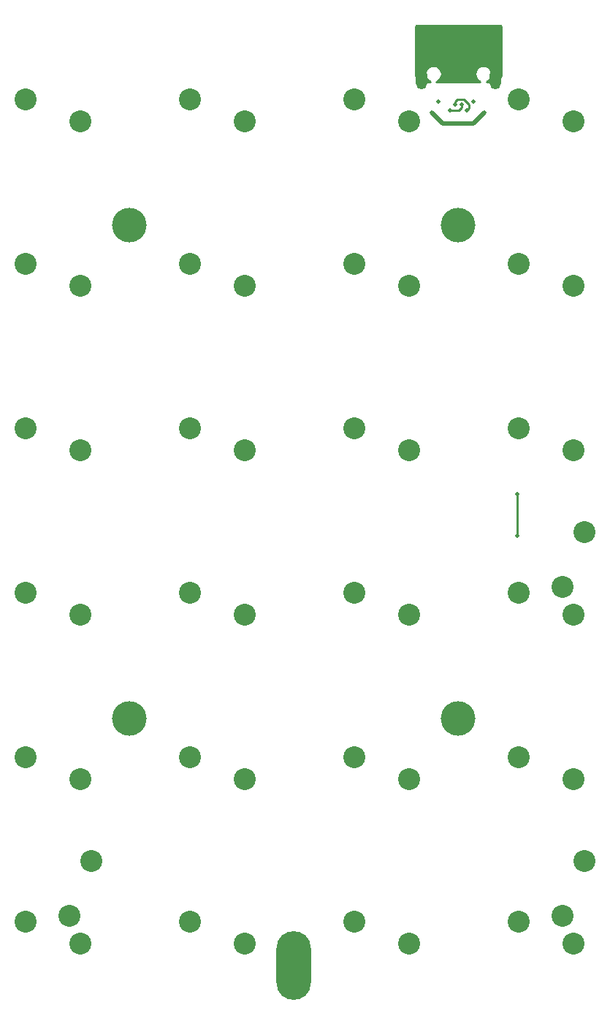
<source format=gbr>
G04 #@! TF.GenerationSoftware,KiCad,Pcbnew,5.1.2*
G04 #@! TF.CreationDate,2019-07-29T09:43:07-03:00*
G04 #@! TF.ProjectId,zeke,7a656b65-2e6b-4696-9361-645f70636258,rev?*
G04 #@! TF.SameCoordinates,Original*
G04 #@! TF.FileFunction,Copper,L2,Bot*
G04 #@! TF.FilePolarity,Positive*
%FSLAX46Y46*%
G04 Gerber Fmt 4.6, Leading zero omitted, Abs format (unit mm)*
G04 Created by KiCad (PCBNEW 5.1.2) date 2019-07-29 09:43:07*
%MOMM*%
%LPD*%
G04 APERTURE LIST*
%ADD10C,2.540000*%
%ADD11O,4.000000X7.960000*%
%ADD12C,4.000000*%
%ADD13O,1.300000X1.900000*%
%ADD14O,1.300000X2.400000*%
%ADD15O,1.000000X2.100000*%
%ADD16O,1.000000X1.600000*%
%ADD17C,0.508000*%
%ADD18C,0.500000*%
%ADD19C,0.250000*%
%ADD20C,0.254000*%
G04 APERTURE END LIST*
D10*
X51514570Y-129619930D03*
X48974570Y-135969930D03*
X108664810Y-91519770D03*
X106124810Y-97869770D03*
X108664810Y-129619930D03*
X106124810Y-135969930D03*
D11*
X75009690Y-141684970D03*
D10*
X107394810Y-139144970D03*
X101044810Y-136604970D03*
X88344730Y-139144970D03*
X81994730Y-136604970D03*
X69294650Y-139144970D03*
X62944650Y-136604970D03*
X50244570Y-139144970D03*
X43894570Y-136604970D03*
D12*
X94059770Y-113109850D03*
X55959610Y-113109850D03*
X94059770Y-55959610D03*
X55959610Y-55959610D03*
D13*
X98359770Y-34781420D03*
X89759770Y-34781420D03*
D14*
X98359770Y-38981420D03*
X89759770Y-38981420D03*
D15*
X89759770Y-38981420D03*
D16*
X89759770Y-34781420D03*
X98359770Y-34781420D03*
D15*
X98359770Y-38981420D03*
D10*
X107394810Y-120094890D03*
X101044810Y-117554890D03*
X88344730Y-120094890D03*
X81994730Y-117554890D03*
X69294650Y-120094890D03*
X62944650Y-117554890D03*
X50244570Y-120094890D03*
X43894570Y-117554890D03*
X107394810Y-101044810D03*
X101044810Y-98504810D03*
X88344730Y-101044810D03*
X81994730Y-98504810D03*
X69294650Y-101044810D03*
X62944650Y-98504810D03*
X50244570Y-101044810D03*
X43894570Y-98504810D03*
X107394810Y-81994730D03*
X101044810Y-79454730D03*
X88344730Y-81994730D03*
X81994730Y-79454730D03*
X69294650Y-81994730D03*
X62944650Y-79454730D03*
X50244570Y-81994730D03*
X43894570Y-79454730D03*
X107394810Y-62944650D03*
X101044810Y-60404650D03*
X88344730Y-62944650D03*
X81994730Y-60404650D03*
X69294650Y-62944650D03*
X62944650Y-60404650D03*
X50244570Y-62944650D03*
X43894570Y-60404650D03*
X107394810Y-43894570D03*
X101044810Y-41354570D03*
X88344730Y-43894570D03*
X81994730Y-41354570D03*
X69294650Y-43894570D03*
X62944650Y-41354570D03*
X50244570Y-43894570D03*
X43894570Y-41354570D03*
D17*
X100917690Y-91900730D03*
X93678770Y-41989730D03*
X94440770Y-41989730D03*
X97107770Y-42878730D03*
X91011770Y-42878730D03*
X95009770Y-42690730D03*
X93109770Y-42685730D03*
X95837770Y-41608730D03*
X91773770Y-41608730D03*
X100917690Y-87074730D03*
D18*
X91011770Y-42878730D02*
X92281770Y-44148730D01*
X95837770Y-44148730D02*
X97107770Y-42878730D01*
X92281770Y-44148730D02*
X95837770Y-44148730D01*
D19*
X93678770Y-41636177D02*
X93678770Y-41989730D01*
X93900218Y-41414729D02*
X93678770Y-41636177D01*
X94716771Y-41414729D02*
X93900218Y-41414729D01*
X95015771Y-41713729D02*
X94716771Y-41414729D01*
D20*
X95263769Y-41961727D02*
X94716771Y-41414729D01*
X95263769Y-42436731D02*
X95263769Y-41961727D01*
X95009770Y-42690730D02*
X95263769Y-42436731D01*
D19*
X94098323Y-42685730D02*
X94440770Y-42343283D01*
X94440770Y-42343283D02*
X94440770Y-41989730D01*
X93109770Y-42685730D02*
X94098323Y-42685730D01*
D20*
X100917690Y-91900730D02*
X100917690Y-91265730D01*
X100917690Y-88090730D02*
X100917690Y-91265730D01*
X100917690Y-91265730D02*
X100917690Y-91519730D01*
X100917690Y-87074730D02*
X100917690Y-88090730D01*
G36*
X98917227Y-32858168D02*
G01*
X99008550Y-32885740D01*
X99012770Y-32887984D01*
X99012770Y-38427496D01*
X98995086Y-38607046D01*
X98944533Y-38773696D01*
X98862434Y-38927292D01*
X98751953Y-39061913D01*
X98617332Y-39172394D01*
X98463736Y-39254493D01*
X98297086Y-39305046D01*
X98117536Y-39322730D01*
X97304145Y-39322730D01*
X97404501Y-39281161D01*
X97561734Y-39176101D01*
X97695451Y-39042384D01*
X97800511Y-38885151D01*
X97872878Y-38710442D01*
X97909770Y-38524972D01*
X97909770Y-38335868D01*
X97872878Y-38150398D01*
X97800511Y-37975689D01*
X97695451Y-37818456D01*
X97561734Y-37684739D01*
X97404501Y-37579679D01*
X97229792Y-37507312D01*
X97044322Y-37470420D01*
X96855218Y-37470420D01*
X96669748Y-37507312D01*
X96495039Y-37579679D01*
X96337806Y-37684739D01*
X96204089Y-37818456D01*
X96099029Y-37975689D01*
X96026662Y-38150398D01*
X95989770Y-38335868D01*
X95989770Y-38524972D01*
X96026662Y-38710442D01*
X96099029Y-38885151D01*
X96204089Y-39042384D01*
X96337806Y-39176101D01*
X96495039Y-39281161D01*
X96595395Y-39322730D01*
X91524145Y-39322730D01*
X91624501Y-39281161D01*
X91781734Y-39176101D01*
X91915451Y-39042384D01*
X92020511Y-38885151D01*
X92092878Y-38710442D01*
X92129770Y-38524972D01*
X92129770Y-38335868D01*
X92092878Y-38150398D01*
X92020511Y-37975689D01*
X91915451Y-37818456D01*
X91781734Y-37684739D01*
X91624501Y-37579679D01*
X91449792Y-37507312D01*
X91264322Y-37470420D01*
X91075218Y-37470420D01*
X90889748Y-37507312D01*
X90715039Y-37579679D01*
X90557806Y-37684739D01*
X90424089Y-37818456D01*
X90319029Y-37975689D01*
X90246662Y-38150398D01*
X90209770Y-38335868D01*
X90209770Y-38524972D01*
X90246662Y-38710442D01*
X90319029Y-38885151D01*
X90424089Y-39042384D01*
X90557806Y-39176101D01*
X90715039Y-39281161D01*
X90815395Y-39322730D01*
X90002004Y-39322730D01*
X89822454Y-39305046D01*
X89655804Y-39254493D01*
X89502208Y-39172394D01*
X89367587Y-39061913D01*
X89257106Y-38927292D01*
X89175007Y-38773696D01*
X89124454Y-38607046D01*
X89106770Y-38427496D01*
X89106770Y-32887630D01*
X89107839Y-32887052D01*
X89198966Y-32858843D01*
X89325824Y-32845510D01*
X98788132Y-32845510D01*
X98917227Y-32858168D01*
X98917227Y-32858168D01*
G37*
X98917227Y-32858168D02*
X99008550Y-32885740D01*
X99012770Y-32887984D01*
X99012770Y-38427496D01*
X98995086Y-38607046D01*
X98944533Y-38773696D01*
X98862434Y-38927292D01*
X98751953Y-39061913D01*
X98617332Y-39172394D01*
X98463736Y-39254493D01*
X98297086Y-39305046D01*
X98117536Y-39322730D01*
X97304145Y-39322730D01*
X97404501Y-39281161D01*
X97561734Y-39176101D01*
X97695451Y-39042384D01*
X97800511Y-38885151D01*
X97872878Y-38710442D01*
X97909770Y-38524972D01*
X97909770Y-38335868D01*
X97872878Y-38150398D01*
X97800511Y-37975689D01*
X97695451Y-37818456D01*
X97561734Y-37684739D01*
X97404501Y-37579679D01*
X97229792Y-37507312D01*
X97044322Y-37470420D01*
X96855218Y-37470420D01*
X96669748Y-37507312D01*
X96495039Y-37579679D01*
X96337806Y-37684739D01*
X96204089Y-37818456D01*
X96099029Y-37975689D01*
X96026662Y-38150398D01*
X95989770Y-38335868D01*
X95989770Y-38524972D01*
X96026662Y-38710442D01*
X96099029Y-38885151D01*
X96204089Y-39042384D01*
X96337806Y-39176101D01*
X96495039Y-39281161D01*
X96595395Y-39322730D01*
X91524145Y-39322730D01*
X91624501Y-39281161D01*
X91781734Y-39176101D01*
X91915451Y-39042384D01*
X92020511Y-38885151D01*
X92092878Y-38710442D01*
X92129770Y-38524972D01*
X92129770Y-38335868D01*
X92092878Y-38150398D01*
X92020511Y-37975689D01*
X91915451Y-37818456D01*
X91781734Y-37684739D01*
X91624501Y-37579679D01*
X91449792Y-37507312D01*
X91264322Y-37470420D01*
X91075218Y-37470420D01*
X90889748Y-37507312D01*
X90715039Y-37579679D01*
X90557806Y-37684739D01*
X90424089Y-37818456D01*
X90319029Y-37975689D01*
X90246662Y-38150398D01*
X90209770Y-38335868D01*
X90209770Y-38524972D01*
X90246662Y-38710442D01*
X90319029Y-38885151D01*
X90424089Y-39042384D01*
X90557806Y-39176101D01*
X90715039Y-39281161D01*
X90815395Y-39322730D01*
X90002004Y-39322730D01*
X89822454Y-39305046D01*
X89655804Y-39254493D01*
X89502208Y-39172394D01*
X89367587Y-39061913D01*
X89257106Y-38927292D01*
X89175007Y-38773696D01*
X89124454Y-38607046D01*
X89106770Y-38427496D01*
X89106770Y-32887630D01*
X89107839Y-32887052D01*
X89198966Y-32858843D01*
X89325824Y-32845510D01*
X98788132Y-32845510D01*
X98917227Y-32858168D01*
M02*

</source>
